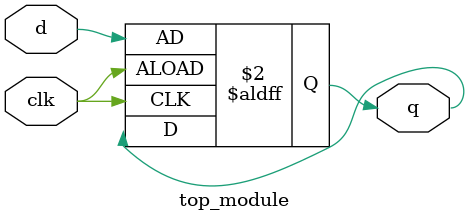
<source format=sv>
module top_module(
    input clk,
    input d,
    output reg q
);

    always @(posedge clk, negedge clk) begin
        if (clk) begin
            q <= d;
        end
    end

endmodule

</source>
